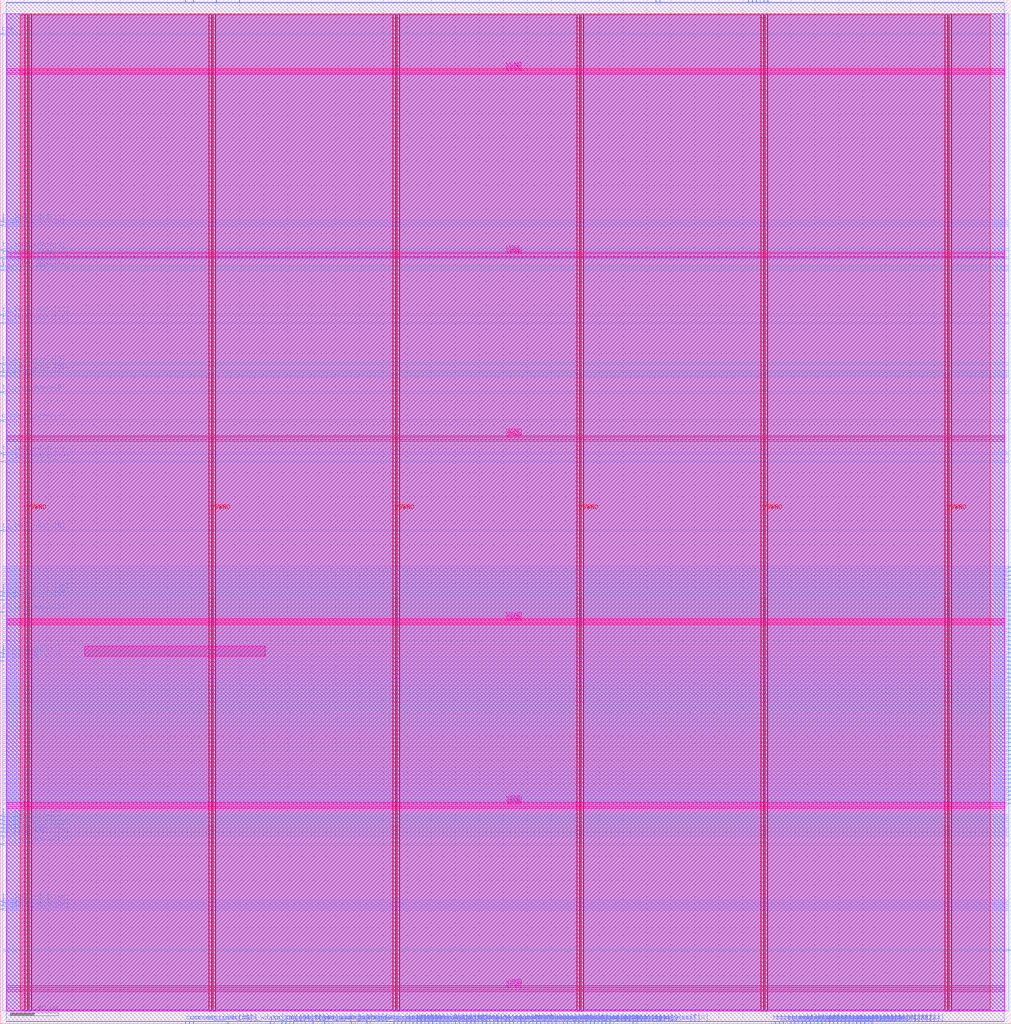
<source format=lef>
VERSION 5.7 ;
  NOWIREEXTENSIONATPIN ON ;
  DIVIDERCHAR "/" ;
  BUSBITCHARS "[]" ;
MACRO cpu_top
  CLASS BLOCK ;
  FOREIGN cpu_top ;
  ORIGIN 0.000 0.000 ;
  SIZE 844.165 BY 854.885 ;
  PIN VGND
    DIRECTION INOUT ;
    USE GROUND ;
    PORT
      LAYER met4 ;
        RECT 24.340 10.640 25.940 843.440 ;
    END
    PORT
      LAYER met4 ;
        RECT 177.940 10.640 179.540 843.440 ;
    END
    PORT
      LAYER met4 ;
        RECT 331.540 10.640 333.140 843.440 ;
    END
    PORT
      LAYER met4 ;
        RECT 485.140 10.640 486.740 843.440 ;
    END
    PORT
      LAYER met4 ;
        RECT 638.740 10.640 640.340 843.440 ;
    END
    PORT
      LAYER met4 ;
        RECT 792.340 10.640 793.940 843.440 ;
    END
    PORT
      LAYER met5 ;
        RECT 5.280 30.030 838.820 31.630 ;
    END
    PORT
      LAYER met5 ;
        RECT 5.280 183.210 838.820 184.810 ;
    END
    PORT
      LAYER met5 ;
        RECT 5.280 336.390 838.820 337.990 ;
    END
    PORT
      LAYER met5 ;
        RECT 5.280 489.570 838.820 491.170 ;
    END
    PORT
      LAYER met5 ;
        RECT 5.280 642.750 838.820 644.350 ;
    END
    PORT
      LAYER met5 ;
        RECT 5.280 795.930 838.820 797.530 ;
    END
  END VGND
  PIN VPWR
    DIRECTION INOUT ;
    USE POWER ;
    PORT
      LAYER met4 ;
        RECT 21.040 10.640 22.640 843.440 ;
    END
    PORT
      LAYER met4 ;
        RECT 174.640 10.640 176.240 843.440 ;
    END
    PORT
      LAYER met4 ;
        RECT 328.240 10.640 329.840 843.440 ;
    END
    PORT
      LAYER met4 ;
        RECT 481.840 10.640 483.440 843.440 ;
    END
    PORT
      LAYER met4 ;
        RECT 635.440 10.640 637.040 843.440 ;
    END
    PORT
      LAYER met4 ;
        RECT 789.040 10.640 790.640 843.440 ;
    END
    PORT
      LAYER met5 ;
        RECT 5.280 26.730 838.820 28.330 ;
    END
    PORT
      LAYER met5 ;
        RECT 5.280 179.910 838.820 181.510 ;
    END
    PORT
      LAYER met5 ;
        RECT 5.280 333.090 838.820 334.690 ;
    END
    PORT
      LAYER met5 ;
        RECT 5.280 486.270 838.820 487.870 ;
    END
    PORT
      LAYER met5 ;
        RECT 5.280 639.450 838.820 641.050 ;
    END
    PORT
      LAYER met5 ;
        RECT 5.280 792.630 838.820 794.230 ;
    END
  END VPWR
  PIN clk
    DIRECTION INPUT ;
    USE SIGNAL ;
    ANTENNAGATEAREA 0.852000 ;
    ANTENNADIFFAREA 0.434700 ;
    PORT
      LAYER met3 ;
        RECT 0.000 826.240 2.000 826.840 ;
    END
  END clk
  PIN current_instr[0]
    DIRECTION OUTPUT ;
    USE SIGNAL ;
    ANTENNADIFFAREA 0.445500 ;
    PORT
      LAYER met3 ;
        RECT 0.000 632.440 2.000 633.040 ;
    END
  END current_instr[0]
  PIN current_instr[10]
    DIRECTION OUTPUT ;
    USE SIGNAL ;
    ANTENNADIFFAREA 0.795200 ;
    PORT
      LAYER met2 ;
        RECT 499.190 0.000 499.470 2.000 ;
    END
  END current_instr[10]
  PIN current_instr[11]
    DIRECTION OUTPUT ;
    USE SIGNAL ;
    ANTENNADIFFAREA 0.795200 ;
    PORT
      LAYER met2 ;
        RECT 547.490 852.885 547.770 854.885 ;
    END
  END current_instr[11]
  PIN current_instr[12]
    DIRECTION OUTPUT ;
    USE SIGNAL ;
    ANTENNADIFFAREA 0.795200 ;
    PORT
      LAYER met2 ;
        RECT 254.470 0.000 254.750 2.000 ;
    END
  END current_instr[12]
  PIN current_instr[13]
    DIRECTION OUTPUT ;
    USE SIGNAL ;
    ANTENNADIFFAREA 0.795200 ;
    PORT
      LAYER met2 ;
        RECT 309.210 0.000 309.490 2.000 ;
    END
  END current_instr[13]
  PIN current_instr[14]
    DIRECTION OUTPUT ;
    USE SIGNAL ;
    ANTENNADIFFAREA 0.795200 ;
    PORT
      LAYER met2 ;
        RECT 505.630 0.000 505.910 2.000 ;
    END
  END current_instr[14]
  PIN current_instr[15]
    DIRECTION OUTPUT ;
    USE SIGNAL ;
    ANTENNADIFFAREA 0.795200 ;
    PORT
      LAYER met2 ;
        RECT 550.710 852.885 550.990 854.885 ;
    END
  END current_instr[15]
  PIN current_instr[16]
    DIRECTION OUTPUT ;
    USE SIGNAL ;
    ANTENNADIFFAREA 0.795200 ;
    PORT
      LAYER met2 ;
        RECT 293.110 0.000 293.390 2.000 ;
    END
  END current_instr[16]
  PIN current_instr[17]
    DIRECTION OUTPUT ;
    USE SIGNAL ;
    ANTENNADIFFAREA 0.795200 ;
    PORT
      LAYER met2 ;
        RECT 492.750 0.000 493.030 2.000 ;
    END
  END current_instr[17]
  PIN current_instr[18]
    DIRECTION OUTPUT ;
    USE SIGNAL ;
    ANTENNADIFFAREA 0.795200 ;
    PORT
      LAYER met2 ;
        RECT 508.850 0.000 509.130 2.000 ;
    END
  END current_instr[18]
  PIN current_instr[19]
    DIRECTION OUTPUT ;
    USE SIGNAL ;
    ANTENNADIFFAREA 0.795200 ;
    PORT
      LAYER met2 ;
        RECT 489.530 0.000 489.810 2.000 ;
    END
  END current_instr[19]
  PIN current_instr[1]
    DIRECTION OUTPUT ;
    USE SIGNAL ;
    ANTENNADIFFAREA 0.795200 ;
    PORT
      LAYER met2 ;
        RECT 154.650 852.885 154.930 854.885 ;
    END
  END current_instr[1]
  PIN current_instr[20]
    DIRECTION OUTPUT ;
    USE SIGNAL ;
    ANTENNADIFFAREA 0.795200 ;
    PORT
      LAYER met2 ;
        RECT 434.790 0.000 435.070 2.000 ;
    END
  END current_instr[20]
  PIN current_instr[21]
    DIRECTION OUTPUT ;
    USE SIGNAL ;
    ANTENNADIFFAREA 0.795200 ;
    PORT
      LAYER met2 ;
        RECT 711.710 0.000 711.990 2.000 ;
    END
  END current_instr[21]
  PIN current_instr[22]
    DIRECTION OUTPUT ;
    USE SIGNAL ;
    ANTENNADIFFAREA 0.795200 ;
    PORT
      LAYER met2 ;
        RECT 418.690 0.000 418.970 2.000 ;
    END
  END current_instr[22]
  PIN current_instr[23]
    DIRECTION OUTPUT ;
    USE SIGNAL ;
    ANTENNADIFFAREA 0.795200 ;
    PORT
      LAYER met2 ;
        RECT 479.870 0.000 480.150 2.000 ;
    END
  END current_instr[23]
  PIN current_instr[24]
    DIRECTION OUTPUT ;
    USE SIGNAL ;
    ANTENNADIFFAREA 0.795200 ;
    PORT
      LAYER met2 ;
        RECT 476.650 0.000 476.930 2.000 ;
    END
  END current_instr[24]
  PIN current_instr[25]
    DIRECTION OUTPUT ;
    USE SIGNAL ;
    ANTENNADIFFAREA 0.795200 ;
    PORT
      LAYER met2 ;
        RECT 483.090 0.000 483.370 2.000 ;
    END
  END current_instr[25]
  PIN current_instr[26]
    DIRECTION OUTPUT ;
    USE SIGNAL ;
    ANTENNADIFFAREA 0.795200 ;
    PORT
      LAYER met2 ;
        RECT 441.230 0.000 441.510 2.000 ;
    END
  END current_instr[26]
  PIN current_instr[27]
    DIRECTION OUTPUT ;
    USE SIGNAL ;
    ANTENNADIFFAREA 0.795200 ;
    PORT
      LAYER met2 ;
        RECT 438.010 0.000 438.290 2.000 ;
    END
  END current_instr[27]
  PIN current_instr[28]
    DIRECTION OUTPUT ;
    USE SIGNAL ;
    ANTENNADIFFAREA 0.795200 ;
    PORT
      LAYER met2 ;
        RECT 409.030 0.000 409.310 2.000 ;
    END
  END current_instr[28]
  PIN current_instr[29]
    DIRECTION OUTPUT ;
    USE SIGNAL ;
    ANTENNADIFFAREA 0.795200 ;
    PORT
      LAYER met2 ;
        RECT 425.130 0.000 425.410 2.000 ;
    END
  END current_instr[29]
  PIN current_instr[2]
    DIRECTION OUTPUT ;
    USE SIGNAL ;
    ANTENNADIFFAREA 0.795200 ;
    PORT
      LAYER met2 ;
        RECT 199.730 852.885 200.010 854.885 ;
    END
  END current_instr[2]
  PIN current_instr[30]
    DIRECTION OUTPUT ;
    USE SIGNAL ;
    ANTENNADIFFAREA 0.795200 ;
    PORT
      LAYER met2 ;
        RECT 399.370 0.000 399.650 2.000 ;
    END
  END current_instr[30]
  PIN current_instr[31]
    DIRECTION OUTPUT ;
    USE SIGNAL ;
    ANTENNADIFFAREA 0.795200 ;
    PORT
      LAYER met2 ;
        RECT 402.590 0.000 402.870 2.000 ;
    END
  END current_instr[31]
  PIN current_instr[3]
    DIRECTION OUTPUT ;
    USE SIGNAL ;
    ANTENNADIFFAREA 0.795200 ;
    PORT
      LAYER met2 ;
        RECT 161.090 852.885 161.370 854.885 ;
    END
  END current_instr[3]
  PIN current_instr[4]
    DIRECTION OUTPUT ;
    USE SIGNAL ;
    ANTENNADIFFAREA 0.795200 ;
    PORT
      LAYER met2 ;
        RECT 154.650 0.000 154.930 2.000 ;
    END
  END current_instr[4]
  PIN current_instr[5]
    DIRECTION OUTPUT ;
    USE SIGNAL ;
    ANTENNADIFFAREA 0.795200 ;
    PORT
      LAYER met2 ;
        RECT 157.870 0.000 158.150 2.000 ;
    END
  END current_instr[5]
  PIN current_instr[6]
    DIRECTION OUTPUT ;
    USE SIGNAL ;
    ANTENNADIFFAREA 0.795200 ;
    PORT
      LAYER met2 ;
        RECT 235.150 0.000 235.430 2.000 ;
    END
  END current_instr[6]
  PIN current_instr[7]
    DIRECTION OUTPUT ;
    USE SIGNAL ;
    ANTENNADIFFAREA 0.795200 ;
    PORT
      LAYER met2 ;
        RECT 161.090 0.000 161.370 2.000 ;
    END
  END current_instr[7]
  PIN current_instr[8]
    DIRECTION OUTPUT ;
    USE SIGNAL ;
    ANTENNADIFFAREA 0.445500 ;
    PORT
      LAYER met3 ;
        RECT 0.000 544.040 2.000 544.640 ;
    END
  END current_instr[8]
  PIN current_instr[9]
    DIRECTION OUTPUT ;
    USE SIGNAL ;
    ANTENNADIFFAREA 0.445500 ;
    PORT
      LAYER met3 ;
        RECT 0.000 503.240 2.000 503.840 ;
    END
  END current_instr[9]
  PIN pc_out[0]
    DIRECTION OUTPUT ;
    USE SIGNAL ;
    ANTENNADIFFAREA 0.795200 ;
    PORT
      LAYER met2 ;
        RECT 270.570 0.000 270.850 2.000 ;
    END
  END pc_out[0]
  PIN pc_out[10]
    DIRECTION OUTPUT ;
    USE SIGNAL ;
    ANTENNADIFFAREA 0.795200 ;
    PORT
      LAYER met2 ;
        RECT 328.530 0.000 328.810 2.000 ;
    END
  END pc_out[10]
  PIN pc_out[11]
    DIRECTION OUTPUT ;
    USE SIGNAL ;
    ANTENNADIFFAREA 0.795200 ;
    PORT
      LAYER met2 ;
        RECT 389.710 0.000 389.990 2.000 ;
    END
  END pc_out[11]
  PIN pc_out[12]
    DIRECTION OUTPUT ;
    USE SIGNAL ;
    ANTENNADIFFAREA 0.795200 ;
    PORT
      LAYER met2 ;
        RECT 412.250 0.000 412.530 2.000 ;
    END
  END pc_out[12]
  PIN pc_out[13]
    DIRECTION OUTPUT ;
    USE SIGNAL ;
    ANTENNADIFFAREA 0.795200 ;
    PORT
      LAYER met2 ;
        RECT 392.930 0.000 393.210 2.000 ;
    END
  END pc_out[13]
  PIN pc_out[14]
    DIRECTION OUTPUT ;
    USE SIGNAL ;
    ANTENNADIFFAREA 0.795200 ;
    PORT
      LAYER met2 ;
        RECT 334.970 0.000 335.250 2.000 ;
    END
  END pc_out[14]
  PIN pc_out[15]
    DIRECTION OUTPUT ;
    USE SIGNAL ;
    ANTENNADIFFAREA 0.795200 ;
    PORT
      LAYER met2 ;
        RECT 331.750 0.000 332.030 2.000 ;
    END
  END pc_out[15]
  PIN pc_out[16]
    DIRECTION OUTPUT ;
    USE SIGNAL ;
    ANTENNADIFFAREA 0.795200 ;
    PORT
      LAYER met2 ;
        RECT 338.190 0.000 338.470 2.000 ;
    END
  END pc_out[16]
  PIN pc_out[17]
    DIRECTION OUTPUT ;
    USE SIGNAL ;
    ANTENNADIFFAREA 0.795200 ;
    PORT
      LAYER met2 ;
        RECT 357.510 0.000 357.790 2.000 ;
    END
  END pc_out[17]
  PIN pc_out[18]
    DIRECTION OUTPUT ;
    USE SIGNAL ;
    ANTENNADIFFAREA 0.795200 ;
    PORT
      LAYER met2 ;
        RECT 373.610 0.000 373.890 2.000 ;
    END
  END pc_out[18]
  PIN pc_out[19]
    DIRECTION OUTPUT ;
    USE SIGNAL ;
    ANTENNADIFFAREA 0.795200 ;
    PORT
      LAYER met2 ;
        RECT 370.390 0.000 370.670 2.000 ;
    END
  END pc_out[19]
  PIN pc_out[1]
    DIRECTION OUTPUT ;
    USE SIGNAL ;
    ANTENNADIFFAREA 0.795200 ;
    PORT
      LAYER met2 ;
        RECT 238.370 0.000 238.650 2.000 ;
    END
  END pc_out[1]
  PIN pc_out[20]
    DIRECTION OUTPUT ;
    USE SIGNAL ;
    ANTENNADIFFAREA 0.795200 ;
    PORT
      LAYER met2 ;
        RECT 363.950 0.000 364.230 2.000 ;
    END
  END pc_out[20]
  PIN pc_out[21]
    DIRECTION OUTPUT ;
    USE SIGNAL ;
    ANTENNADIFFAREA 0.795200 ;
    PORT
      LAYER met2 ;
        RECT 376.830 0.000 377.110 2.000 ;
    END
  END pc_out[21]
  PIN pc_out[22]
    DIRECTION OUTPUT ;
    USE SIGNAL ;
    ANTENNADIFFAREA 0.795200 ;
    PORT
      LAYER met2 ;
        RECT 341.410 0.000 341.690 2.000 ;
    END
  END pc_out[22]
  PIN pc_out[23]
    DIRECTION OUTPUT ;
    USE SIGNAL ;
    ANTENNADIFFAREA 0.795200 ;
    PORT
      LAYER met2 ;
        RECT 380.050 0.000 380.330 2.000 ;
    END
  END pc_out[23]
  PIN pc_out[24]
    DIRECTION OUTPUT ;
    USE SIGNAL ;
    ANTENNADIFFAREA 0.795200 ;
    PORT
      LAYER met2 ;
        RECT 383.270 0.000 383.550 2.000 ;
    END
  END pc_out[24]
  PIN pc_out[25]
    DIRECTION OUTPUT ;
    USE SIGNAL ;
    ANTENNADIFFAREA 0.795200 ;
    PORT
      LAYER met2 ;
        RECT 386.490 0.000 386.770 2.000 ;
    END
  END pc_out[25]
  PIN pc_out[26]
    DIRECTION OUTPUT ;
    USE SIGNAL ;
    ANTENNADIFFAREA 0.795200 ;
    PORT
      LAYER met2 ;
        RECT 415.470 0.000 415.750 2.000 ;
    END
  END pc_out[26]
  PIN pc_out[27]
    DIRECTION OUTPUT ;
    USE SIGNAL ;
    ANTENNADIFFAREA 0.795200 ;
    PORT
      LAYER met2 ;
        RECT 431.570 0.000 431.850 2.000 ;
    END
  END pc_out[27]
  PIN pc_out[28]
    DIRECTION OUTPUT ;
    USE SIGNAL ;
    ANTENNADIFFAREA 0.795200 ;
    PORT
      LAYER met2 ;
        RECT 421.910 0.000 422.190 2.000 ;
    END
  END pc_out[28]
  PIN pc_out[29]
    DIRECTION OUTPUT ;
    USE SIGNAL ;
    ANTENNADIFFAREA 0.795200 ;
    PORT
      LAYER met2 ;
        RECT 405.810 0.000 406.090 2.000 ;
    END
  END pc_out[29]
  PIN pc_out[2]
    DIRECTION OUTPUT ;
    USE SIGNAL ;
    ANTENNADIFFAREA 0.795200 ;
    PORT
      LAYER met2 ;
        RECT 241.590 0.000 241.870 2.000 ;
    END
  END pc_out[2]
  PIN pc_out[30]
    DIRECTION OUTPUT ;
    USE SIGNAL ;
    ANTENNADIFFAREA 0.795200 ;
    PORT
      LAYER met2 ;
        RECT 396.150 0.000 396.430 2.000 ;
    END
  END pc_out[30]
  PIN pc_out[31]
    DIRECTION OUTPUT ;
    USE SIGNAL ;
    ANTENNADIFFAREA 0.795200 ;
    PORT
      LAYER met2 ;
        RECT 428.350 0.000 428.630 2.000 ;
    END
  END pc_out[31]
  PIN pc_out[3]
    DIRECTION OUTPUT ;
    USE SIGNAL ;
    ANTENNADIFFAREA 0.795200 ;
    PORT
      LAYER met2 ;
        RECT 244.810 0.000 245.090 2.000 ;
    END
  END pc_out[3]
  PIN pc_out[4]
    DIRECTION OUTPUT ;
    USE SIGNAL ;
    ANTENNADIFFAREA 0.795200 ;
    PORT
      LAYER met2 ;
        RECT 225.490 0.000 225.770 2.000 ;
    END
  END pc_out[4]
  PIN pc_out[5]
    DIRECTION OUTPUT ;
    USE SIGNAL ;
    ANTENNADIFFAREA 0.795200 ;
    PORT
      LAYER met2 ;
        RECT 228.710 0.000 228.990 2.000 ;
    END
  END pc_out[5]
  PIN pc_out[6]
    DIRECTION OUTPUT ;
    USE SIGNAL ;
    ANTENNADIFFAREA 0.795200 ;
    PORT
      LAYER met2 ;
        RECT 344.630 0.000 344.910 2.000 ;
    END
  END pc_out[6]
  PIN pc_out[7]
    DIRECTION OUTPUT ;
    USE SIGNAL ;
    ANTENNADIFFAREA 0.795200 ;
    PORT
      LAYER met2 ;
        RECT 354.290 0.000 354.570 2.000 ;
    END
  END pc_out[7]
  PIN pc_out[8]
    DIRECTION OUTPUT ;
    USE SIGNAL ;
    ANTENNADIFFAREA 0.795200 ;
    PORT
      LAYER met2 ;
        RECT 360.730 0.000 361.010 2.000 ;
    END
  END pc_out[8]
  PIN pc_out[9]
    DIRECTION OUTPUT ;
    USE SIGNAL ;
    ANTENNADIFFAREA 0.795200 ;
    PORT
      LAYER met2 ;
        RECT 367.170 0.000 367.450 2.000 ;
    END
  END pc_out[9]
  PIN rst_n
    DIRECTION INPUT ;
    USE SIGNAL ;
    ANTENNAGATEAREA 0.213000 ;
    ANTENNADIFFAREA 0.434700 ;
    PORT
      LAYER met3 ;
        RECT 842.165 61.240 844.165 61.840 ;
    END
  END rst_n
  PIN tb_dmem_addr[0]
    DIRECTION INPUT ;
    USE SIGNAL ;
    ANTENNAGATEAREA 0.213000 ;
    ANTENNADIFFAREA 0.434700 ;
    PORT
      LAYER met2 ;
        RECT 634.430 852.885 634.710 854.885 ;
    END
  END tb_dmem_addr[0]
  PIN tb_dmem_addr[1]
    DIRECTION INPUT ;
    USE SIGNAL ;
    ANTENNAGATEAREA 0.213000 ;
    ANTENNADIFFAREA 0.434700 ;
    PORT
      LAYER met2 ;
        RECT 631.210 852.885 631.490 854.885 ;
    END
  END tb_dmem_addr[1]
  PIN tb_dmem_addr[2]
    DIRECTION INPUT ;
    USE SIGNAL ;
    ANTENNAGATEAREA 0.213000 ;
    ANTENNADIFFAREA 0.434700 ;
    PORT
      LAYER met2 ;
        RECT 640.870 852.885 641.150 854.885 ;
    END
  END tb_dmem_addr[2]
  PIN tb_dmem_addr[3]
    DIRECTION INPUT ;
    USE SIGNAL ;
    ANTENNAGATEAREA 0.213000 ;
    ANTENNADIFFAREA 0.434700 ;
    PORT
      LAYER met2 ;
        RECT 637.650 852.885 637.930 854.885 ;
    END
  END tb_dmem_addr[3]
  PIN tb_dmem_addr[4]
    DIRECTION INPUT ;
    USE SIGNAL ;
    ANTENNAGATEAREA 0.159000 ;
    ANTENNADIFFAREA 0.434700 ;
    PORT
      LAYER met2 ;
        RECT 624.770 852.885 625.050 854.885 ;
    END
  END tb_dmem_addr[4]
  PIN tb_dmem_addr[5]
    DIRECTION INPUT ;
    USE SIGNAL ;
    ANTENNAGATEAREA 0.159000 ;
    ANTENNADIFFAREA 0.434700 ;
    PORT
      LAYER met2 ;
        RECT 627.990 852.885 628.270 854.885 ;
    END
  END tb_dmem_addr[5]
  PIN tb_dmem_rdata[0]
    DIRECTION OUTPUT ;
    USE SIGNAL ;
    ANTENNADIFFAREA 0.445500 ;
    PORT
      LAYER met3 ;
        RECT 842.165 380.840 844.165 381.440 ;
    END
  END tb_dmem_rdata[0]
  PIN tb_dmem_rdata[10]
    DIRECTION OUTPUT ;
    USE SIGNAL ;
    ANTENNADIFFAREA 0.445500 ;
    PORT
      LAYER met3 ;
        RECT 842.165 360.440 844.165 361.040 ;
    END
  END tb_dmem_rdata[10]
  PIN tb_dmem_rdata[11]
    DIRECTION OUTPUT ;
    USE SIGNAL ;
    ANTENNADIFFAREA 0.445500 ;
    PORT
      LAYER met3 ;
        RECT 842.165 316.240 844.165 316.840 ;
    END
  END tb_dmem_rdata[11]
  PIN tb_dmem_rdata[12]
    DIRECTION OUTPUT ;
    USE SIGNAL ;
    ANTENNADIFFAREA 0.445500 ;
    PORT
      LAYER met3 ;
        RECT 842.165 282.240 844.165 282.840 ;
    END
  END tb_dmem_rdata[12]
  PIN tb_dmem_rdata[13]
    DIRECTION OUTPUT ;
    USE SIGNAL ;
    ANTENNADIFFAREA 0.445500 ;
    PORT
      LAYER met3 ;
        RECT 842.165 295.840 844.165 296.440 ;
    END
  END tb_dmem_rdata[13]
  PIN tb_dmem_rdata[14]
    DIRECTION OUTPUT ;
    USE SIGNAL ;
    ANTENNADIFFAREA 0.445500 ;
    PORT
      LAYER met3 ;
        RECT 842.165 340.040 844.165 340.640 ;
    END
  END tb_dmem_rdata[14]
  PIN tb_dmem_rdata[15]
    DIRECTION OUTPUT ;
    USE SIGNAL ;
    ANTENNADIFFAREA 0.445500 ;
    PORT
      LAYER met3 ;
        RECT 842.165 357.040 844.165 357.640 ;
    END
  END tb_dmem_rdata[15]
  PIN tb_dmem_rdata[16]
    DIRECTION OUTPUT ;
    USE SIGNAL ;
    ANTENNADIFFAREA 0.445500 ;
    PORT
      LAYER met3 ;
        RECT 842.165 306.040 844.165 306.640 ;
    END
  END tb_dmem_rdata[16]
  PIN tb_dmem_rdata[17]
    DIRECTION OUTPUT ;
    USE SIGNAL ;
    ANTENNADIFFAREA 0.445500 ;
    PORT
      LAYER met3 ;
        RECT 842.165 323.040 844.165 323.640 ;
    END
  END tb_dmem_rdata[17]
  PIN tb_dmem_rdata[18]
    DIRECTION OUTPUT ;
    USE SIGNAL ;
    ANTENNADIFFAREA 0.445500 ;
    PORT
      LAYER met3 ;
        RECT 842.165 370.640 844.165 371.240 ;
    END
  END tb_dmem_rdata[18]
  PIN tb_dmem_rdata[19]
    DIRECTION OUTPUT ;
    USE SIGNAL ;
    ANTENNADIFFAREA 0.445500 ;
    PORT
      LAYER met3 ;
        RECT 842.165 336.640 844.165 337.240 ;
    END
  END tb_dmem_rdata[19]
  PIN tb_dmem_rdata[1]
    DIRECTION OUTPUT ;
    USE SIGNAL ;
    ANTENNADIFFAREA 0.795200 ;
    PORT
      LAYER met2 ;
        RECT 447.670 0.000 447.950 2.000 ;
    END
  END tb_dmem_rdata[1]
  PIN tb_dmem_rdata[20]
    DIRECTION OUTPUT ;
    USE SIGNAL ;
    ANTENNADIFFAREA 0.445500 ;
    PORT
      LAYER met3 ;
        RECT 842.165 367.240 844.165 367.840 ;
    END
  END tb_dmem_rdata[20]
  PIN tb_dmem_rdata[21]
    DIRECTION OUTPUT ;
    USE SIGNAL ;
    ANTENNADIFFAREA 0.445500 ;
    PORT
      LAYER met3 ;
        RECT 842.165 289.040 844.165 289.640 ;
    END
  END tb_dmem_rdata[21]
  PIN tb_dmem_rdata[22]
    DIRECTION OUTPUT ;
    USE SIGNAL ;
    ANTENNADIFFAREA 0.445500 ;
    PORT
      LAYER met3 ;
        RECT 842.165 333.240 844.165 333.840 ;
    END
  END tb_dmem_rdata[22]
  PIN tb_dmem_rdata[23]
    DIRECTION OUTPUT ;
    USE SIGNAL ;
    ANTENNADIFFAREA 0.445500 ;
    PORT
      LAYER met3 ;
        RECT 842.165 326.440 844.165 327.040 ;
    END
  END tb_dmem_rdata[23]
  PIN tb_dmem_rdata[24]
    DIRECTION OUTPUT ;
    USE SIGNAL ;
    ANTENNADIFFAREA 0.445500 ;
    PORT
      LAYER met3 ;
        RECT 842.165 312.840 844.165 313.440 ;
    END
  END tb_dmem_rdata[24]
  PIN tb_dmem_rdata[25]
    DIRECTION OUTPUT ;
    USE SIGNAL ;
    ANTENNADIFFAREA 0.445500 ;
    PORT
      LAYER met3 ;
        RECT 842.165 302.640 844.165 303.240 ;
    END
  END tb_dmem_rdata[25]
  PIN tb_dmem_rdata[26]
    DIRECTION OUTPUT ;
    USE SIGNAL ;
    ANTENNADIFFAREA 0.445500 ;
    PORT
      LAYER met3 ;
        RECT 842.165 299.240 844.165 299.840 ;
    END
  END tb_dmem_rdata[26]
  PIN tb_dmem_rdata[27]
    DIRECTION OUTPUT ;
    USE SIGNAL ;
    ANTENNADIFFAREA 0.445500 ;
    PORT
      LAYER met3 ;
        RECT 842.165 374.040 844.165 374.640 ;
    END
  END tb_dmem_rdata[27]
  PIN tb_dmem_rdata[28]
    DIRECTION OUTPUT ;
    USE SIGNAL ;
    ANTENNADIFFAREA 0.445500 ;
    PORT
      LAYER met3 ;
        RECT 842.165 285.640 844.165 286.240 ;
    END
  END tb_dmem_rdata[28]
  PIN tb_dmem_rdata[29]
    DIRECTION OUTPUT ;
    USE SIGNAL ;
    ANTENNADIFFAREA 0.445500 ;
    PORT
      LAYER met3 ;
        RECT 842.165 353.640 844.165 354.240 ;
    END
  END tb_dmem_rdata[29]
  PIN tb_dmem_rdata[2]
    DIRECTION OUTPUT ;
    USE SIGNAL ;
    ANTENNADIFFAREA 0.795200 ;
    PORT
      LAYER met2 ;
        RECT 444.450 0.000 444.730 2.000 ;
    END
  END tb_dmem_rdata[2]
  PIN tb_dmem_rdata[30]
    DIRECTION OUTPUT ;
    USE SIGNAL ;
    ANTENNADIFFAREA 0.445500 ;
    PORT
      LAYER met3 ;
        RECT 842.165 350.240 844.165 350.840 ;
    END
  END tb_dmem_rdata[30]
  PIN tb_dmem_rdata[31]
    DIRECTION OUTPUT ;
    USE SIGNAL ;
    ANTENNADIFFAREA 0.445500 ;
    PORT
      LAYER met3 ;
        RECT 842.165 343.440 844.165 344.040 ;
    END
  END tb_dmem_rdata[31]
  PIN tb_dmem_rdata[3]
    DIRECTION OUTPUT ;
    USE SIGNAL ;
    ANTENNADIFFAREA 0.445500 ;
    PORT
      LAYER met3 ;
        RECT 842.165 309.440 844.165 310.040 ;
    END
  END tb_dmem_rdata[3]
  PIN tb_dmem_rdata[4]
    DIRECTION OUTPUT ;
    USE SIGNAL ;
    ANTENNADIFFAREA 0.795200 ;
    PORT
      LAYER met2 ;
        RECT 473.430 0.000 473.710 2.000 ;
    END
  END tb_dmem_rdata[4]
  PIN tb_dmem_rdata[5]
    DIRECTION OUTPUT ;
    USE SIGNAL ;
    ANTENNADIFFAREA 0.445500 ;
    PORT
      LAYER met3 ;
        RECT 842.165 329.840 844.165 330.440 ;
    END
  END tb_dmem_rdata[5]
  PIN tb_dmem_rdata[6]
    DIRECTION OUTPUT ;
    USE SIGNAL ;
    ANTENNADIFFAREA 0.445500 ;
    PORT
      LAYER met3 ;
        RECT 842.165 319.640 844.165 320.240 ;
    END
  END tb_dmem_rdata[6]
  PIN tb_dmem_rdata[7]
    DIRECTION OUTPUT ;
    USE SIGNAL ;
    ANTENNADIFFAREA 0.795200 ;
    PORT
      LAYER met2 ;
        RECT 457.330 0.000 457.610 2.000 ;
    END
  END tb_dmem_rdata[7]
  PIN tb_dmem_rdata[8]
    DIRECTION OUTPUT ;
    USE SIGNAL ;
    ANTENNADIFFAREA 0.445500 ;
    PORT
      LAYER met3 ;
        RECT 842.165 363.840 844.165 364.440 ;
    END
  END tb_dmem_rdata[8]
  PIN tb_dmem_rdata[9]
    DIRECTION OUTPUT ;
    USE SIGNAL ;
    ANTENNADIFFAREA 0.445500 ;
    PORT
      LAYER met3 ;
        RECT 842.165 292.440 844.165 293.040 ;
    END
  END tb_dmem_rdata[9]
  PIN tb_dmem_re
    DIRECTION INPUT ;
    USE SIGNAL ;
    ANTENNAGATEAREA 0.213000 ;
    ANTENNADIFFAREA 0.434700 ;
    PORT
      LAYER met3 ;
        RECT 842.165 346.840 844.165 347.440 ;
    END
  END tb_dmem_re
  PIN tb_dmem_wdata[0]
    DIRECTION INPUT ;
    USE SIGNAL ;
    ANTENNAGATEAREA 0.213000 ;
    ANTENNADIFFAREA 0.434700 ;
    PORT
      LAYER met2 ;
        RECT 463.770 0.000 464.050 2.000 ;
    END
  END tb_dmem_wdata[0]
  PIN tb_dmem_wdata[10]
    DIRECTION INPUT ;
    USE SIGNAL ;
    ANTENNAGATEAREA 0.213000 ;
    ANTENNADIFFAREA 0.434700 ;
    PORT
      LAYER met3 ;
        RECT 842.165 183.640 844.165 184.240 ;
    END
  END tb_dmem_wdata[10]
  PIN tb_dmem_wdata[11]
    DIRECTION INPUT ;
    USE SIGNAL ;
    ANTENNAGATEAREA 0.213000 ;
    ANTENNADIFFAREA 0.434700 ;
    PORT
      LAYER met3 ;
        RECT 842.165 275.440 844.165 276.040 ;
    END
  END tb_dmem_wdata[11]
  PIN tb_dmem_wdata[12]
    DIRECTION INPUT ;
    USE SIGNAL ;
    ANTENNAGATEAREA 0.159000 ;
    ANTENNADIFFAREA 0.434700 ;
    PORT
      LAYER met3 ;
        RECT 842.165 187.040 844.165 187.640 ;
    END
  END tb_dmem_wdata[12]
  PIN tb_dmem_wdata[13]
    DIRECTION INPUT ;
    USE SIGNAL ;
    ANTENNAGATEAREA 0.159000 ;
    ANTENNADIFFAREA 0.434700 ;
    PORT
      LAYER met3 ;
        RECT 842.165 224.440 844.165 225.040 ;
    END
  END tb_dmem_wdata[13]
  PIN tb_dmem_wdata[14]
    DIRECTION INPUT ;
    USE SIGNAL ;
    ANTENNAGATEAREA 0.213000 ;
    ANTENNADIFFAREA 0.434700 ;
    PORT
      LAYER met3 ;
        RECT 842.165 227.840 844.165 228.440 ;
    END
  END tb_dmem_wdata[14]
  PIN tb_dmem_wdata[15]
    DIRECTION INPUT ;
    USE SIGNAL ;
    ANTENNAGATEAREA 0.213000 ;
    ANTENNADIFFAREA 0.434700 ;
    PORT
      LAYER met3 ;
        RECT 842.165 221.040 844.165 221.640 ;
    END
  END tb_dmem_wdata[15]
  PIN tb_dmem_wdata[16]
    DIRECTION INPUT ;
    USE SIGNAL ;
    ANTENNAGATEAREA 0.213000 ;
    ANTENNADIFFAREA 0.434700 ;
    PORT
      LAYER met3 ;
        RECT 842.165 238.040 844.165 238.640 ;
    END
  END tb_dmem_wdata[16]
  PIN tb_dmem_wdata[17]
    DIRECTION INPUT ;
    USE SIGNAL ;
    ANTENNAGATEAREA 0.213000 ;
    ANTENNADIFFAREA 0.434700 ;
    PORT
      LAYER met3 ;
        RECT 842.165 255.040 844.165 255.640 ;
    END
  END tb_dmem_wdata[17]
  PIN tb_dmem_wdata[18]
    DIRECTION INPUT ;
    USE SIGNAL ;
    ANTENNAGATEAREA 0.213000 ;
    ANTENNADIFFAREA 0.434700 ;
    PORT
      LAYER met3 ;
        RECT 842.165 190.440 844.165 191.040 ;
    END
  END tb_dmem_wdata[18]
  PIN tb_dmem_wdata[19]
    DIRECTION INPUT ;
    USE SIGNAL ;
    ANTENNAGATEAREA 0.213000 ;
    ANTENNADIFFAREA 0.434700 ;
    PORT
      LAYER met3 ;
        RECT 842.165 217.640 844.165 218.240 ;
    END
  END tb_dmem_wdata[19]
  PIN tb_dmem_wdata[1]
    DIRECTION INPUT ;
    USE SIGNAL ;
    ANTENNAGATEAREA 0.213000 ;
    ANTENNADIFFAREA 0.434700 ;
    PORT
      LAYER met2 ;
        RECT 454.110 0.000 454.390 2.000 ;
    END
  END tb_dmem_wdata[1]
  PIN tb_dmem_wdata[20]
    DIRECTION INPUT ;
    USE SIGNAL ;
    ANTENNAGATEAREA 0.213000 ;
    ANTENNADIFFAREA 0.434700 ;
    PORT
      LAYER met3 ;
        RECT 842.165 214.240 844.165 214.840 ;
    END
  END tb_dmem_wdata[20]
  PIN tb_dmem_wdata[21]
    DIRECTION INPUT ;
    USE SIGNAL ;
    ANTENNAGATEAREA 0.213000 ;
    ANTENNADIFFAREA 0.434700 ;
    PORT
      LAYER met3 ;
        RECT 842.165 210.840 844.165 211.440 ;
    END
  END tb_dmem_wdata[21]
  PIN tb_dmem_wdata[22]
    DIRECTION INPUT ;
    USE SIGNAL ;
    ANTENNAGATEAREA 0.126000 ;
    ANTENNADIFFAREA 0.434700 ;
    PORT
      LAYER met3 ;
        RECT 842.165 278.840 844.165 279.440 ;
    END
  END tb_dmem_wdata[22]
  PIN tb_dmem_wdata[23]
    DIRECTION INPUT ;
    USE SIGNAL ;
    ANTENNAGATEAREA 0.196500 ;
    ANTENNADIFFAREA 0.434700 ;
    PORT
      LAYER met3 ;
        RECT 842.165 258.440 844.165 259.040 ;
    END
  END tb_dmem_wdata[23]
  PIN tb_dmem_wdata[24]
    DIRECTION INPUT ;
    USE SIGNAL ;
    ANTENNAGATEAREA 0.196500 ;
    ANTENNADIFFAREA 0.434700 ;
    PORT
      LAYER met3 ;
        RECT 842.165 234.640 844.165 235.240 ;
    END
  END tb_dmem_wdata[24]
  PIN tb_dmem_wdata[25]
    DIRECTION INPUT ;
    USE SIGNAL ;
    ANTENNAGATEAREA 0.196500 ;
    ANTENNADIFFAREA 0.434700 ;
    PORT
      LAYER met3 ;
        RECT 842.165 265.240 844.165 265.840 ;
    END
  END tb_dmem_wdata[25]
  PIN tb_dmem_wdata[26]
    DIRECTION INPUT ;
    USE SIGNAL ;
    ANTENNAGATEAREA 0.213000 ;
    ANTENNADIFFAREA 0.434700 ;
    PORT
      LAYER met3 ;
        RECT 842.165 207.440 844.165 208.040 ;
    END
  END tb_dmem_wdata[26]
  PIN tb_dmem_wdata[27]
    DIRECTION INPUT ;
    USE SIGNAL ;
    ANTENNAGATEAREA 0.196500 ;
    ANTENNADIFFAREA 0.434700 ;
    PORT
      LAYER met3 ;
        RECT 842.165 261.840 844.165 262.440 ;
    END
  END tb_dmem_wdata[27]
  PIN tb_dmem_wdata[28]
    DIRECTION INPUT ;
    USE SIGNAL ;
    ANTENNAGATEAREA 0.126000 ;
    ANTENNADIFFAREA 0.434700 ;
    PORT
      LAYER met3 ;
        RECT 842.165 204.040 844.165 204.640 ;
    END
  END tb_dmem_wdata[28]
  PIN tb_dmem_wdata[29]
    DIRECTION INPUT ;
    USE SIGNAL ;
    ANTENNAGATEAREA 0.213000 ;
    ANTENNADIFFAREA 0.434700 ;
    PORT
      LAYER met3 ;
        RECT 842.165 200.640 844.165 201.240 ;
    END
  END tb_dmem_wdata[29]
  PIN tb_dmem_wdata[2]
    DIRECTION INPUT ;
    USE SIGNAL ;
    ANTENNAGATEAREA 0.213000 ;
    ANTENNADIFFAREA 0.434700 ;
    PORT
      LAYER met2 ;
        RECT 450.890 0.000 451.170 2.000 ;
    END
  END tb_dmem_wdata[2]
  PIN tb_dmem_wdata[30]
    DIRECTION INPUT ;
    USE SIGNAL ;
    ANTENNAGATEAREA 0.159000 ;
    ANTENNADIFFAREA 0.434700 ;
    PORT
      LAYER met3 ;
        RECT 842.165 241.440 844.165 242.040 ;
    END
  END tb_dmem_wdata[30]
  PIN tb_dmem_wdata[31]
    DIRECTION INPUT ;
    USE SIGNAL ;
    ANTENNAGATEAREA 0.159000 ;
    ANTENNADIFFAREA 0.434700 ;
    PORT
      LAYER met3 ;
        RECT 842.165 197.240 844.165 197.840 ;
    END
  END tb_dmem_wdata[31]
  PIN tb_dmem_wdata[3]
    DIRECTION INPUT ;
    USE SIGNAL ;
    ANTENNAGATEAREA 0.213000 ;
    ANTENNADIFFAREA 0.434700 ;
    PORT
      LAYER met3 ;
        RECT 842.165 193.840 844.165 194.440 ;
    END
  END tb_dmem_wdata[3]
  PIN tb_dmem_wdata[4]
    DIRECTION INPUT ;
    USE SIGNAL ;
    ANTENNAGATEAREA 0.159000 ;
    ANTENNADIFFAREA 0.434700 ;
    PORT
      LAYER met3 ;
        RECT 842.165 251.640 844.165 252.240 ;
    END
  END tb_dmem_wdata[4]
  PIN tb_dmem_wdata[5]
    DIRECTION INPUT ;
    USE SIGNAL ;
    ANTENNAGATEAREA 0.159000 ;
    ANTENNADIFFAREA 0.434700 ;
    PORT
      LAYER met3 ;
        RECT 842.165 231.240 844.165 231.840 ;
    END
  END tb_dmem_wdata[5]
  PIN tb_dmem_wdata[6]
    DIRECTION INPUT ;
    USE SIGNAL ;
    ANTENNAGATEAREA 0.159000 ;
    ANTENNADIFFAREA 0.434700 ;
    PORT
      LAYER met3 ;
        RECT 842.165 272.040 844.165 272.640 ;
    END
  END tb_dmem_wdata[6]
  PIN tb_dmem_wdata[7]
    DIRECTION INPUT ;
    USE SIGNAL ;
    ANTENNAGATEAREA 0.159000 ;
    ANTENNADIFFAREA 0.434700 ;
    PORT
      LAYER met3 ;
        RECT 842.165 268.640 844.165 269.240 ;
    END
  END tb_dmem_wdata[7]
  PIN tb_dmem_wdata[8]
    DIRECTION INPUT ;
    USE SIGNAL ;
    ANTENNAGATEAREA 0.159000 ;
    ANTENNADIFFAREA 0.434700 ;
    PORT
      LAYER met3 ;
        RECT 842.165 244.840 844.165 245.440 ;
    END
  END tb_dmem_wdata[8]
  PIN tb_dmem_wdata[9]
    DIRECTION INPUT ;
    USE SIGNAL ;
    ANTENNAGATEAREA 0.159000 ;
    ANTENNADIFFAREA 0.434700 ;
    PORT
      LAYER met3 ;
        RECT 842.165 248.240 844.165 248.840 ;
    END
  END tb_dmem_wdata[9]
  PIN tb_dmem_we
    DIRECTION INPUT ;
    USE SIGNAL ;
    ANTENNAGATEAREA 0.159000 ;
    ANTENNADIFFAREA 0.434700 ;
    PORT
      LAYER met3 ;
        RECT 842.165 377.440 844.165 378.040 ;
    END
  END tb_dmem_we
  PIN tb_imem_addr[0]
    DIRECTION INPUT ;
    USE SIGNAL ;
    ANTENNAGATEAREA 0.247500 ;
    ANTENNADIFFAREA 0.434700 ;
    PORT
      LAYER met3 ;
        RECT 0.000 159.840 2.000 160.440 ;
    END
  END tb_imem_addr[0]
  PIN tb_imem_addr[1]
    DIRECTION INPUT ;
    USE SIGNAL ;
    ANTENNAGATEAREA 0.247500 ;
    ANTENNADIFFAREA 0.434700 ;
    PORT
      LAYER met3 ;
        RECT 0.000 166.640 2.000 167.240 ;
    END
  END tb_imem_addr[1]
  PIN tb_imem_addr[2]
    DIRECTION INPUT ;
    USE SIGNAL ;
    ANTENNAGATEAREA 0.247500 ;
    ANTENNADIFFAREA 0.434700 ;
    PORT
      LAYER met3 ;
        RECT 0.000 173.440 2.000 174.040 ;
    END
  END tb_imem_addr[2]
  PIN tb_imem_addr[3]
    DIRECTION INPUT ;
    USE SIGNAL ;
    ANTENNAGATEAREA 0.247500 ;
    ANTENNADIFFAREA 0.434700 ;
    PORT
      LAYER met3 ;
        RECT 0.000 170.040 2.000 170.640 ;
    END
  END tb_imem_addr[3]
  PIN tb_imem_addr[4]
    DIRECTION INPUT ;
    USE SIGNAL ;
    ANTENNAGATEAREA 0.213000 ;
    ANTENNADIFFAREA 0.434700 ;
    PORT
      LAYER met3 ;
        RECT 0.000 302.640 2.000 303.240 ;
    END
  END tb_imem_addr[4]
  PIN tb_imem_addr[5]
    DIRECTION INPUT ;
    USE SIGNAL ;
    ANTENNAGATEAREA 0.213000 ;
    ANTENNADIFFAREA 0.434700 ;
    PORT
      LAYER met3 ;
        RECT 0.000 309.440 2.000 310.040 ;
    END
  END tb_imem_addr[5]
  PIN tb_imem_wdata[0]
    DIRECTION INPUT ;
    USE SIGNAL ;
    ANTENNAGATEAREA 0.213000 ;
    ANTENNADIFFAREA 0.434700 ;
    PORT
      LAYER met2 ;
        RECT 180.410 852.885 180.690 854.885 ;
    END
  END tb_imem_wdata[0]
  PIN tb_imem_wdata[10]
    DIRECTION INPUT ;
    USE SIGNAL ;
    ANTENNAGATEAREA 0.247500 ;
    ANTENNADIFFAREA 0.434700 ;
    PORT
      LAYER met3 ;
        RECT 0.000 584.840 2.000 585.440 ;
    END
  END tb_imem_wdata[10]
  PIN tb_imem_wdata[11]
    DIRECTION INPUT ;
    USE SIGNAL ;
    ANTENNAGATEAREA 0.213000 ;
    ANTENNADIFFAREA 0.434700 ;
    PORT
      LAYER met3 ;
        RECT 0.000 629.040 2.000 629.640 ;
    END
  END tb_imem_wdata[11]
  PIN tb_imem_wdata[12]
    DIRECTION INPUT ;
    USE SIGNAL ;
    ANTENNAGATEAREA 0.213000 ;
    ANTENNADIFFAREA 0.434700 ;
    PORT
      LAYER met3 ;
        RECT 0.000 591.640 2.000 592.240 ;
    END
  END tb_imem_wdata[12]
  PIN tb_imem_wdata[13]
    DIRECTION INPUT ;
    USE SIGNAL ;
    ANTENNAGATEAREA 0.247500 ;
    ANTENNADIFFAREA 0.434700 ;
    PORT
      LAYER met3 ;
        RECT 0.000 469.240 2.000 469.840 ;
    END
  END tb_imem_wdata[13]
  PIN tb_imem_wdata[14]
    DIRECTION INPUT ;
    USE SIGNAL ;
    ANTENNAGATEAREA 0.247500 ;
    ANTENNADIFFAREA 0.434700 ;
    PORT
      LAYER met2 ;
        RECT 347.850 0.000 348.130 2.000 ;
    END
  END tb_imem_wdata[14]
  PIN tb_imem_wdata[15]
    DIRECTION INPUT ;
    USE SIGNAL ;
    ANTENNAGATEAREA 0.247500 ;
    ANTENNADIFFAREA 0.434700 ;
    PORT
      LAYER met3 ;
        RECT 0.000 639.240 2.000 639.840 ;
    END
  END tb_imem_wdata[15]
  PIN tb_imem_wdata[16]
    DIRECTION INPUT ;
    USE SIGNAL ;
    ANTENNAGATEAREA 0.213000 ;
    ANTENNADIFFAREA 0.434700 ;
    PORT
      LAYER met3 ;
        RECT 0.000 540.640 2.000 541.240 ;
    END
  END tb_imem_wdata[16]
  PIN tb_imem_wdata[17]
    DIRECTION INPUT ;
    USE SIGNAL ;
    ANTENNAGATEAREA 0.247500 ;
    ANTENNADIFFAREA 0.434700 ;
    PORT
      LAYER met2 ;
        RECT 273.790 0.000 274.070 2.000 ;
    END
  END tb_imem_wdata[17]
  PIN tb_imem_wdata[18]
    DIRECTION INPUT ;
    USE SIGNAL ;
    ANTENNAGATEAREA 0.247500 ;
    ANTENNADIFFAREA 0.434700 ;
    PORT
      LAYER met2 ;
        RECT 305.990 0.000 306.270 2.000 ;
    END
  END tb_imem_wdata[18]
  PIN tb_imem_wdata[19]
    DIRECTION INPUT ;
    USE SIGNAL ;
    ANTENNAGATEAREA 0.247500 ;
    ANTENNADIFFAREA 0.434700 ;
    PORT
      LAYER met2 ;
        RECT 351.070 0.000 351.350 2.000 ;
    END
  END tb_imem_wdata[19]
  PIN tb_imem_wdata[1]
    DIRECTION INPUT ;
    USE SIGNAL ;
    ANTENNAGATEAREA 0.213000 ;
    ANTENNADIFFAREA 0.434700 ;
    PORT
      LAYER met3 ;
        RECT 0.000 669.840 2.000 670.440 ;
    END
  END tb_imem_wdata[1]
  PIN tb_imem_wdata[20]
    DIRECTION INPUT ;
    USE SIGNAL ;
    ANTENNAGATEAREA 0.213000 ;
    ANTENNADIFFAREA 0.434700 ;
    PORT
      LAYER met3 ;
        RECT 0.000 360.440 2.000 361.040 ;
    END
  END tb_imem_wdata[20]
  PIN tb_imem_wdata[21]
    DIRECTION INPUT ;
    USE SIGNAL ;
    ANTENNAGATEAREA 0.247500 ;
    ANTENNADIFFAREA 0.434700 ;
    PORT
      LAYER met2 ;
        RECT 277.010 0.000 277.290 2.000 ;
    END
  END tb_imem_wdata[21]
  PIN tb_imem_wdata[22]
    DIRECTION INPUT ;
    USE SIGNAL ;
    ANTENNAGATEAREA 0.213000 ;
    ANTENNADIFFAREA 0.434700 ;
    PORT
      LAYER met3 ;
        RECT 0.000 357.040 2.000 357.640 ;
    END
  END tb_imem_wdata[22]
  PIN tb_imem_wdata[23]
    DIRECTION INPUT ;
    USE SIGNAL ;
    ANTENNAGATEAREA 0.159000 ;
    ANTENNADIFFAREA 0.434700 ;
    PORT
      LAYER met2 ;
        RECT 260.910 0.000 261.190 2.000 ;
    END
  END tb_imem_wdata[23]
  PIN tb_imem_wdata[24]
    DIRECTION INPUT ;
    USE SIGNAL ;
    ANTENNAGATEAREA 0.213000 ;
    ANTENNADIFFAREA 0.434700 ;
    PORT
      LAYER met2 ;
        RECT 296.330 0.000 296.610 2.000 ;
    END
  END tb_imem_wdata[24]
  PIN tb_imem_wdata[25]
    DIRECTION INPUT ;
    USE SIGNAL ;
    ANTENNAGATEAREA 0.213000 ;
    ANTENNADIFFAREA 0.434700 ;
    PORT
      LAYER met3 ;
        RECT 0.000 95.240 2.000 95.840 ;
    END
  END tb_imem_wdata[25]
  PIN tb_imem_wdata[26]
    DIRECTION INPUT ;
    USE SIGNAL ;
    ANTENNAGATEAREA 0.213000 ;
    ANTENNADIFFAREA 0.434700 ;
    PORT
      LAYER met3 ;
        RECT 0.000 149.640 2.000 150.240 ;
    END
  END tb_imem_wdata[26]
  PIN tb_imem_wdata[27]
    DIRECTION INPUT ;
    USE SIGNAL ;
    ANTENNAGATEAREA 0.213000 ;
    ANTENNADIFFAREA 0.434700 ;
    PORT
      LAYER met3 ;
        RECT 0.000 98.640 2.000 99.240 ;
    END
  END tb_imem_wdata[27]
  PIN tb_imem_wdata[28]
    DIRECTION INPUT ;
    USE SIGNAL ;
    ANTENNAGATEAREA 0.213000 ;
    ANTENNADIFFAREA 0.434700 ;
    PORT
      LAYER met3 ;
        RECT 0.000 102.040 2.000 102.640 ;
    END
  END tb_imem_wdata[28]
  PIN tb_imem_wdata[29]
    DIRECTION INPUT ;
    USE SIGNAL ;
    ANTENNAGATEAREA 0.213000 ;
    ANTENNADIFFAREA 0.434700 ;
    PORT
      LAYER met3 ;
        RECT 0.000 156.440 2.000 157.040 ;
    END
  END tb_imem_wdata[29]
  PIN tb_imem_wdata[2]
    DIRECTION INPUT ;
    USE SIGNAL ;
    ANTENNAGATEAREA 0.213000 ;
    ANTENNADIFFAREA 0.434700 ;
    PORT
      LAYER met3 ;
        RECT 0.000 666.440 2.000 667.040 ;
    END
  END tb_imem_wdata[2]
  PIN tb_imem_wdata[30]
    DIRECTION INPUT ;
    USE SIGNAL ;
    ANTENNAGATEAREA 0.247500 ;
    ANTENNADIFFAREA 0.434700 ;
    PORT
      LAYER met3 ;
        RECT 0.000 163.240 2.000 163.840 ;
    END
  END tb_imem_wdata[30]
  PIN tb_imem_wdata[31]
    DIRECTION INPUT ;
    USE SIGNAL ;
    ANTENNAGATEAREA 0.247500 ;
    ANTENNADIFFAREA 0.434700 ;
    PORT
      LAYER met2 ;
        RECT 190.070 0.000 190.350 2.000 ;
    END
  END tb_imem_wdata[31]
  PIN tb_imem_wdata[3]
    DIRECTION INPUT ;
    USE SIGNAL ;
    ANTENNAGATEAREA 0.159000 ;
    ANTENNADIFFAREA 0.434700 ;
    PORT
      LAYER met3 ;
        RECT 0.000 646.040 2.000 646.640 ;
    END
  END tb_imem_wdata[3]
  PIN tb_imem_wdata[4]
    DIRECTION INPUT ;
    USE SIGNAL ;
    ANTENNAGATEAREA 0.159000 ;
    ANTENNADIFFAREA 0.434700 ;
    PORT
      LAYER met3 ;
        RECT 0.000 353.640 2.000 354.240 ;
    END
  END tb_imem_wdata[4]
  PIN tb_imem_wdata[5]
    DIRECTION INPUT ;
    USE SIGNAL ;
    ANTENNAGATEAREA 0.213000 ;
    ANTENNADIFFAREA 0.434700 ;
    PORT
      LAYER met3 ;
        RECT 0.000 343.440 2.000 344.040 ;
    END
  END tb_imem_wdata[5]
  PIN tb_imem_wdata[6]
    DIRECTION INPUT ;
    USE SIGNAL ;
    ANTENNAGATEAREA 0.159000 ;
    ANTENNADIFFAREA 0.434700 ;
    PORT
      LAYER met3 ;
        RECT 0.000 411.440 2.000 412.040 ;
    END
  END tb_imem_wdata[6]
  PIN tb_imem_wdata[7]
    DIRECTION INPUT ;
    USE SIGNAL ;
    ANTENNAGATEAREA 0.159000 ;
    ANTENNADIFFAREA 0.434700 ;
    PORT
      LAYER met3 ;
        RECT 0.000 476.040 2.000 476.640 ;
    END
  END tb_imem_wdata[7]
  PIN tb_imem_wdata[8]
    DIRECTION INPUT ;
    USE SIGNAL ;
    ANTENNAGATEAREA 0.159000 ;
    ANTENNADIFFAREA 0.434700 ;
    PORT
      LAYER met3 ;
        RECT 0.000 550.840 2.000 551.440 ;
    END
  END tb_imem_wdata[8]
  PIN tb_imem_wdata[9]
    DIRECTION INPUT ;
    USE SIGNAL ;
    ANTENNAGATEAREA 0.159000 ;
    ANTENNADIFFAREA 0.434700 ;
    PORT
      LAYER met3 ;
        RECT 0.000 527.040 2.000 527.640 ;
    END
  END tb_imem_wdata[9]
  PIN tb_imem_we
    DIRECTION INPUT ;
    USE SIGNAL ;
    ANTENNAGATEAREA 0.159000 ;
    ANTENNADIFFAREA 0.434700 ;
    PORT
      LAYER met3 ;
        RECT 0.000 306.040 2.000 306.640 ;
    END
  END tb_imem_we
  PIN tb_reg_rd_addr[0]
    DIRECTION INPUT ;
    USE SIGNAL ;
    ANTENNAGATEAREA 0.213000 ;
    ANTENNADIFFAREA 0.434700 ;
    PORT
      LAYER met2 ;
        RECT 708.490 0.000 708.770 2.000 ;
    END
  END tb_reg_rd_addr[0]
  PIN tb_reg_rd_addr[1]
    DIRECTION INPUT ;
    USE SIGNAL ;
    ANTENNAGATEAREA 0.159000 ;
    ANTENNADIFFAREA 0.434700 ;
    PORT
      LAYER met2 ;
        RECT 695.610 0.000 695.890 2.000 ;
    END
  END tb_reg_rd_addr[1]
  PIN tb_reg_rd_addr[2]
    DIRECTION INPUT ;
    USE SIGNAL ;
    ANTENNAGATEAREA 0.159000 ;
    ANTENNADIFFAREA 0.434700 ;
    PORT
      LAYER met2 ;
        RECT 702.050 0.000 702.330 2.000 ;
    END
  END tb_reg_rd_addr[2]
  PIN tb_reg_rd_data[0]
    DIRECTION OUTPUT ;
    USE SIGNAL ;
    ANTENNADIFFAREA 0.795200 ;
    PORT
      LAYER met2 ;
        RECT 470.210 0.000 470.490 2.000 ;
    END
  END tb_reg_rd_data[0]
  PIN tb_reg_rd_data[10]
    DIRECTION OUTPUT ;
    USE SIGNAL ;
    ANTENNADIFFAREA 0.795200 ;
    PORT
      LAYER met2 ;
        RECT 531.390 0.000 531.670 2.000 ;
    END
  END tb_reg_rd_data[10]
  PIN tb_reg_rd_data[11]
    DIRECTION OUTPUT ;
    USE SIGNAL ;
    ANTENNADIFFAREA 0.795200 ;
    PORT
      LAYER met2 ;
        RECT 689.170 0.000 689.450 2.000 ;
    END
  END tb_reg_rd_data[11]
  PIN tb_reg_rd_data[12]
    DIRECTION OUTPUT ;
    USE SIGNAL ;
    ANTENNADIFFAREA 0.795200 ;
    PORT
      LAYER met2 ;
        RECT 682.730 0.000 683.010 2.000 ;
    END
  END tb_reg_rd_data[12]
  PIN tb_reg_rd_data[13]
    DIRECTION OUTPUT ;
    USE SIGNAL ;
    ANTENNADIFFAREA 0.795200 ;
    PORT
      LAYER met2 ;
        RECT 685.950 0.000 686.230 2.000 ;
    END
  END tb_reg_rd_data[13]
  PIN tb_reg_rd_data[14]
    DIRECTION OUTPUT ;
    USE SIGNAL ;
    ANTENNADIFFAREA 0.795200 ;
    PORT
      LAYER met2 ;
        RECT 673.070 0.000 673.350 2.000 ;
    END
  END tb_reg_rd_data[14]
  PIN tb_reg_rd_data[15]
    DIRECTION OUTPUT ;
    USE SIGNAL ;
    ANTENNADIFFAREA 0.795200 ;
    PORT
      LAYER met2 ;
        RECT 663.410 0.000 663.690 2.000 ;
    END
  END tb_reg_rd_data[15]
  PIN tb_reg_rd_data[16]
    DIRECTION OUTPUT ;
    USE SIGNAL ;
    ANTENNADIFFAREA 0.795200 ;
    PORT
      LAYER met2 ;
        RECT 650.530 0.000 650.810 2.000 ;
    END
  END tb_reg_rd_data[16]
  PIN tb_reg_rd_data[17]
    DIRECTION OUTPUT ;
    USE SIGNAL ;
    ANTENNADIFFAREA 0.795200 ;
    PORT
      LAYER met2 ;
        RECT 676.290 0.000 676.570 2.000 ;
    END
  END tb_reg_rd_data[17]
  PIN tb_reg_rd_data[18]
    DIRECTION OUTPUT ;
    USE SIGNAL ;
    ANTENNADIFFAREA 0.795200 ;
    PORT
      LAYER met2 ;
        RECT 656.970 0.000 657.250 2.000 ;
    END
  END tb_reg_rd_data[18]
  PIN tb_reg_rd_data[19]
    DIRECTION OUTPUT ;
    USE SIGNAL ;
    ANTENNADIFFAREA 0.795200 ;
    PORT
      LAYER met2 ;
        RECT 660.190 0.000 660.470 2.000 ;
    END
  END tb_reg_rd_data[19]
  PIN tb_reg_rd_data[1]
    DIRECTION OUTPUT ;
    USE SIGNAL ;
    ANTENNADIFFAREA 0.795200 ;
    PORT
      LAYER met2 ;
        RECT 460.550 0.000 460.830 2.000 ;
    END
  END tb_reg_rd_data[1]
  PIN tb_reg_rd_data[20]
    DIRECTION OUTPUT ;
    USE SIGNAL ;
    ANTENNADIFFAREA 0.795200 ;
    PORT
      LAYER met2 ;
        RECT 669.850 0.000 670.130 2.000 ;
    END
  END tb_reg_rd_data[20]
  PIN tb_reg_rd_data[21]
    DIRECTION OUTPUT ;
    USE SIGNAL ;
    ANTENNADIFFAREA 0.795200 ;
    PORT
      LAYER met2 ;
        RECT 679.510 0.000 679.790 2.000 ;
    END
  END tb_reg_rd_data[21]
  PIN tb_reg_rd_data[22]
    DIRECTION OUTPUT ;
    USE SIGNAL ;
    ANTENNADIFFAREA 0.795200 ;
    PORT
      LAYER met2 ;
        RECT 705.270 0.000 705.550 2.000 ;
    END
  END tb_reg_rd_data[22]
  PIN tb_reg_rd_data[23]
    DIRECTION OUTPUT ;
    USE SIGNAL ;
    ANTENNADIFFAREA 0.795200 ;
    PORT
      LAYER met2 ;
        RECT 692.390 0.000 692.670 2.000 ;
    END
  END tb_reg_rd_data[23]
  PIN tb_reg_rd_data[24]
    DIRECTION OUTPUT ;
    USE SIGNAL ;
    ANTENNADIFFAREA 0.795200 ;
    PORT
      LAYER met2 ;
        RECT 727.810 0.000 728.090 2.000 ;
    END
  END tb_reg_rd_data[24]
  PIN tb_reg_rd_data[25]
    DIRECTION OUTPUT ;
    USE SIGNAL ;
    ANTENNADIFFAREA 0.795200 ;
    PORT
      LAYER met2 ;
        RECT 714.930 0.000 715.210 2.000 ;
    END
  END tb_reg_rd_data[25]
  PIN tb_reg_rd_data[26]
    DIRECTION OUTPUT ;
    USE SIGNAL ;
    ANTENNADIFFAREA 0.795200 ;
    PORT
      LAYER met2 ;
        RECT 718.150 0.000 718.430 2.000 ;
    END
  END tb_reg_rd_data[26]
  PIN tb_reg_rd_data[27]
    DIRECTION OUTPUT ;
    USE SIGNAL ;
    ANTENNADIFFAREA 0.795200 ;
    PORT
      LAYER met2 ;
        RECT 721.370 0.000 721.650 2.000 ;
    END
  END tb_reg_rd_data[27]
  PIN tb_reg_rd_data[28]
    DIRECTION OUTPUT ;
    USE SIGNAL ;
    ANTENNADIFFAREA 0.795200 ;
    PORT
      LAYER met2 ;
        RECT 724.590 0.000 724.870 2.000 ;
    END
  END tb_reg_rd_data[28]
  PIN tb_reg_rd_data[29]
    DIRECTION OUTPUT ;
    USE SIGNAL ;
    ANTENNADIFFAREA 0.795200 ;
    PORT
      LAYER met2 ;
        RECT 698.830 0.000 699.110 2.000 ;
    END
  END tb_reg_rd_data[29]
  PIN tb_reg_rd_data[2]
    DIRECTION OUTPUT ;
    USE SIGNAL ;
    ANTENNADIFFAREA 0.795200 ;
    PORT
      LAYER met2 ;
        RECT 466.990 0.000 467.270 2.000 ;
    END
  END tb_reg_rd_data[2]
  PIN tb_reg_rd_data[30]
    DIRECTION OUTPUT ;
    USE SIGNAL ;
    ANTENNADIFFAREA 0.795200 ;
    PORT
      LAYER met2 ;
        RECT 647.310 0.000 647.590 2.000 ;
    END
  END tb_reg_rd_data[30]
  PIN tb_reg_rd_data[31]
    DIRECTION OUTPUT ;
    USE SIGNAL ;
    ANTENNADIFFAREA 0.795200 ;
    PORT
      LAYER met2 ;
        RECT 653.750 0.000 654.030 2.000 ;
    END
  END tb_reg_rd_data[31]
  PIN tb_reg_rd_data[3]
    DIRECTION OUTPUT ;
    USE SIGNAL ;
    ANTENNADIFFAREA 0.795200 ;
    PORT
      LAYER met2 ;
        RECT 486.310 0.000 486.590 2.000 ;
    END
  END tb_reg_rd_data[3]
  PIN tb_reg_rd_data[4]
    DIRECTION OUTPUT ;
    USE SIGNAL ;
    ANTENNADIFFAREA 0.795200 ;
    PORT
      LAYER met2 ;
        RECT 502.410 0.000 502.690 2.000 ;
    END
  END tb_reg_rd_data[4]
  PIN tb_reg_rd_data[5]
    DIRECTION OUTPUT ;
    USE SIGNAL ;
    ANTENNADIFFAREA 0.795200 ;
    PORT
      LAYER met2 ;
        RECT 528.170 0.000 528.450 2.000 ;
    END
  END tb_reg_rd_data[5]
  PIN tb_reg_rd_data[6]
    DIRECTION OUTPUT ;
    USE SIGNAL ;
    ANTENNADIFFAREA 0.795200 ;
    PORT
      LAYER met2 ;
        RECT 644.090 0.000 644.370 2.000 ;
    END
  END tb_reg_rd_data[6]
  PIN tb_reg_rd_data[7]
    DIRECTION OUTPUT ;
    USE SIGNAL ;
    ANTENNADIFFAREA 0.795200 ;
    PORT
      LAYER met2 ;
        RECT 666.630 0.000 666.910 2.000 ;
    END
  END tb_reg_rd_data[7]
  PIN tb_reg_rd_data[8]
    DIRECTION OUTPUT ;
    USE SIGNAL ;
    ANTENNADIFFAREA 0.795200 ;
    PORT
      LAYER met2 ;
        RECT 495.970 0.000 496.250 2.000 ;
    END
  END tb_reg_rd_data[8]
  PIN tb_reg_rd_data[9]
    DIRECTION OUTPUT ;
    USE SIGNAL ;
    ANTENNADIFFAREA 0.795200 ;
    PORT
      LAYER met2 ;
        RECT 512.070 0.000 512.350 2.000 ;
    END
  END tb_reg_rd_data[9]
  OBS
      LAYER nwell ;
        RECT 5.330 10.795 838.770 843.285 ;
      LAYER li1 ;
        RECT 5.520 10.795 838.580 843.285 ;
      LAYER met1 ;
        RECT 5.130 10.640 838.580 843.440 ;
      LAYER met2 ;
        RECT 5.150 852.605 154.370 852.885 ;
        RECT 155.210 852.605 160.810 852.885 ;
        RECT 161.650 852.605 180.130 852.885 ;
        RECT 180.970 852.605 199.450 852.885 ;
        RECT 200.290 852.605 547.210 852.885 ;
        RECT 548.050 852.605 550.430 852.885 ;
        RECT 551.270 852.605 624.490 852.885 ;
        RECT 625.330 852.605 627.710 852.885 ;
        RECT 628.550 852.605 630.930 852.885 ;
        RECT 631.770 852.605 634.150 852.885 ;
        RECT 634.990 852.605 637.370 852.885 ;
        RECT 638.210 852.605 640.590 852.885 ;
        RECT 641.430 852.605 838.480 852.885 ;
        RECT 5.150 2.280 838.480 852.605 ;
        RECT 5.150 1.630 154.370 2.280 ;
        RECT 155.210 1.630 157.590 2.280 ;
        RECT 158.430 1.630 160.810 2.280 ;
        RECT 161.650 1.630 189.790 2.280 ;
        RECT 190.630 1.630 225.210 2.280 ;
        RECT 226.050 1.630 228.430 2.280 ;
        RECT 229.270 1.630 234.870 2.280 ;
        RECT 235.710 1.630 238.090 2.280 ;
        RECT 238.930 1.630 241.310 2.280 ;
        RECT 242.150 1.630 244.530 2.280 ;
        RECT 245.370 1.630 254.190 2.280 ;
        RECT 255.030 1.630 260.630 2.280 ;
        RECT 261.470 1.630 270.290 2.280 ;
        RECT 271.130 1.630 273.510 2.280 ;
        RECT 274.350 1.630 276.730 2.280 ;
        RECT 277.570 1.630 292.830 2.280 ;
        RECT 293.670 1.630 296.050 2.280 ;
        RECT 296.890 1.630 305.710 2.280 ;
        RECT 306.550 1.630 308.930 2.280 ;
        RECT 309.770 1.630 328.250 2.280 ;
        RECT 329.090 1.630 331.470 2.280 ;
        RECT 332.310 1.630 334.690 2.280 ;
        RECT 335.530 1.630 337.910 2.280 ;
        RECT 338.750 1.630 341.130 2.280 ;
        RECT 341.970 1.630 344.350 2.280 ;
        RECT 345.190 1.630 347.570 2.280 ;
        RECT 348.410 1.630 350.790 2.280 ;
        RECT 351.630 1.630 354.010 2.280 ;
        RECT 354.850 1.630 357.230 2.280 ;
        RECT 358.070 1.630 360.450 2.280 ;
        RECT 361.290 1.630 363.670 2.280 ;
        RECT 364.510 1.630 366.890 2.280 ;
        RECT 367.730 1.630 370.110 2.280 ;
        RECT 370.950 1.630 373.330 2.280 ;
        RECT 374.170 1.630 376.550 2.280 ;
        RECT 377.390 1.630 379.770 2.280 ;
        RECT 380.610 1.630 382.990 2.280 ;
        RECT 383.830 1.630 386.210 2.280 ;
        RECT 387.050 1.630 389.430 2.280 ;
        RECT 390.270 1.630 392.650 2.280 ;
        RECT 393.490 1.630 395.870 2.280 ;
        RECT 396.710 1.630 399.090 2.280 ;
        RECT 399.930 1.630 402.310 2.280 ;
        RECT 403.150 1.630 405.530 2.280 ;
        RECT 406.370 1.630 408.750 2.280 ;
        RECT 409.590 1.630 411.970 2.280 ;
        RECT 412.810 1.630 415.190 2.280 ;
        RECT 416.030 1.630 418.410 2.280 ;
        RECT 419.250 1.630 421.630 2.280 ;
        RECT 422.470 1.630 424.850 2.280 ;
        RECT 425.690 1.630 428.070 2.280 ;
        RECT 428.910 1.630 431.290 2.280 ;
        RECT 432.130 1.630 434.510 2.280 ;
        RECT 435.350 1.630 437.730 2.280 ;
        RECT 438.570 1.630 440.950 2.280 ;
        RECT 441.790 1.630 444.170 2.280 ;
        RECT 445.010 1.630 447.390 2.280 ;
        RECT 448.230 1.630 450.610 2.280 ;
        RECT 451.450 1.630 453.830 2.280 ;
        RECT 454.670 1.630 457.050 2.280 ;
        RECT 457.890 1.630 460.270 2.280 ;
        RECT 461.110 1.630 463.490 2.280 ;
        RECT 464.330 1.630 466.710 2.280 ;
        RECT 467.550 1.630 469.930 2.280 ;
        RECT 470.770 1.630 473.150 2.280 ;
        RECT 473.990 1.630 476.370 2.280 ;
        RECT 477.210 1.630 479.590 2.280 ;
        RECT 480.430 1.630 482.810 2.280 ;
        RECT 483.650 1.630 486.030 2.280 ;
        RECT 486.870 1.630 489.250 2.280 ;
        RECT 490.090 1.630 492.470 2.280 ;
        RECT 493.310 1.630 495.690 2.280 ;
        RECT 496.530 1.630 498.910 2.280 ;
        RECT 499.750 1.630 502.130 2.280 ;
        RECT 502.970 1.630 505.350 2.280 ;
        RECT 506.190 1.630 508.570 2.280 ;
        RECT 509.410 1.630 511.790 2.280 ;
        RECT 512.630 1.630 527.890 2.280 ;
        RECT 528.730 1.630 531.110 2.280 ;
        RECT 531.950 1.630 643.810 2.280 ;
        RECT 644.650 1.630 647.030 2.280 ;
        RECT 647.870 1.630 650.250 2.280 ;
        RECT 651.090 1.630 653.470 2.280 ;
        RECT 654.310 1.630 656.690 2.280 ;
        RECT 657.530 1.630 659.910 2.280 ;
        RECT 660.750 1.630 663.130 2.280 ;
        RECT 663.970 1.630 666.350 2.280 ;
        RECT 667.190 1.630 669.570 2.280 ;
        RECT 670.410 1.630 672.790 2.280 ;
        RECT 673.630 1.630 676.010 2.280 ;
        RECT 676.850 1.630 679.230 2.280 ;
        RECT 680.070 1.630 682.450 2.280 ;
        RECT 683.290 1.630 685.670 2.280 ;
        RECT 686.510 1.630 688.890 2.280 ;
        RECT 689.730 1.630 692.110 2.280 ;
        RECT 692.950 1.630 695.330 2.280 ;
        RECT 696.170 1.630 698.550 2.280 ;
        RECT 699.390 1.630 701.770 2.280 ;
        RECT 702.610 1.630 704.990 2.280 ;
        RECT 705.830 1.630 708.210 2.280 ;
        RECT 709.050 1.630 711.430 2.280 ;
        RECT 712.270 1.630 714.650 2.280 ;
        RECT 715.490 1.630 717.870 2.280 ;
        RECT 718.710 1.630 721.090 2.280 ;
        RECT 721.930 1.630 724.310 2.280 ;
        RECT 725.150 1.630 727.530 2.280 ;
        RECT 728.370 1.630 838.480 2.280 ;
      LAYER met3 ;
        RECT 2.000 827.240 842.165 843.365 ;
        RECT 2.400 825.840 842.165 827.240 ;
        RECT 2.000 670.840 842.165 825.840 ;
        RECT 2.400 669.440 842.165 670.840 ;
        RECT 2.000 667.440 842.165 669.440 ;
        RECT 2.400 666.040 842.165 667.440 ;
        RECT 2.000 647.040 842.165 666.040 ;
        RECT 2.400 645.640 842.165 647.040 ;
        RECT 2.000 640.240 842.165 645.640 ;
        RECT 2.400 638.840 842.165 640.240 ;
        RECT 2.000 633.440 842.165 638.840 ;
        RECT 2.400 632.040 842.165 633.440 ;
        RECT 2.000 630.040 842.165 632.040 ;
        RECT 2.400 628.640 842.165 630.040 ;
        RECT 2.000 592.640 842.165 628.640 ;
        RECT 2.400 591.240 842.165 592.640 ;
        RECT 2.000 585.840 842.165 591.240 ;
        RECT 2.400 584.440 842.165 585.840 ;
        RECT 2.000 551.840 842.165 584.440 ;
        RECT 2.400 550.440 842.165 551.840 ;
        RECT 2.000 545.040 842.165 550.440 ;
        RECT 2.400 543.640 842.165 545.040 ;
        RECT 2.000 541.640 842.165 543.640 ;
        RECT 2.400 540.240 842.165 541.640 ;
        RECT 2.000 528.040 842.165 540.240 ;
        RECT 2.400 526.640 842.165 528.040 ;
        RECT 2.000 504.240 842.165 526.640 ;
        RECT 2.400 502.840 842.165 504.240 ;
        RECT 2.000 477.040 842.165 502.840 ;
        RECT 2.400 475.640 842.165 477.040 ;
        RECT 2.000 470.240 842.165 475.640 ;
        RECT 2.400 468.840 842.165 470.240 ;
        RECT 2.000 412.440 842.165 468.840 ;
        RECT 2.400 411.040 842.165 412.440 ;
        RECT 2.000 381.840 842.165 411.040 ;
        RECT 2.000 380.440 841.765 381.840 ;
        RECT 2.000 378.440 842.165 380.440 ;
        RECT 2.000 377.040 841.765 378.440 ;
        RECT 2.000 375.040 842.165 377.040 ;
        RECT 2.000 373.640 841.765 375.040 ;
        RECT 2.000 371.640 842.165 373.640 ;
        RECT 2.000 370.240 841.765 371.640 ;
        RECT 2.000 368.240 842.165 370.240 ;
        RECT 2.000 366.840 841.765 368.240 ;
        RECT 2.000 364.840 842.165 366.840 ;
        RECT 2.000 363.440 841.765 364.840 ;
        RECT 2.000 361.440 842.165 363.440 ;
        RECT 2.400 360.040 841.765 361.440 ;
        RECT 2.000 358.040 842.165 360.040 ;
        RECT 2.400 356.640 841.765 358.040 ;
        RECT 2.000 354.640 842.165 356.640 ;
        RECT 2.400 353.240 841.765 354.640 ;
        RECT 2.000 351.240 842.165 353.240 ;
        RECT 2.000 349.840 841.765 351.240 ;
        RECT 2.000 347.840 842.165 349.840 ;
        RECT 2.000 346.440 841.765 347.840 ;
        RECT 2.000 344.440 842.165 346.440 ;
        RECT 2.400 343.040 841.765 344.440 ;
        RECT 2.000 341.040 842.165 343.040 ;
        RECT 2.000 339.640 841.765 341.040 ;
        RECT 2.000 337.640 842.165 339.640 ;
        RECT 2.000 336.240 841.765 337.640 ;
        RECT 2.000 334.240 842.165 336.240 ;
        RECT 2.000 332.840 841.765 334.240 ;
        RECT 2.000 330.840 842.165 332.840 ;
        RECT 2.000 329.440 841.765 330.840 ;
        RECT 2.000 327.440 842.165 329.440 ;
        RECT 2.000 326.040 841.765 327.440 ;
        RECT 2.000 324.040 842.165 326.040 ;
        RECT 2.000 322.640 841.765 324.040 ;
        RECT 2.000 320.640 842.165 322.640 ;
        RECT 2.000 319.240 841.765 320.640 ;
        RECT 2.000 317.240 842.165 319.240 ;
        RECT 2.000 315.840 841.765 317.240 ;
        RECT 2.000 313.840 842.165 315.840 ;
        RECT 2.000 312.440 841.765 313.840 ;
        RECT 2.000 310.440 842.165 312.440 ;
        RECT 2.400 309.040 841.765 310.440 ;
        RECT 2.000 307.040 842.165 309.040 ;
        RECT 2.400 305.640 841.765 307.040 ;
        RECT 2.000 303.640 842.165 305.640 ;
        RECT 2.400 302.240 841.765 303.640 ;
        RECT 2.000 300.240 842.165 302.240 ;
        RECT 2.000 298.840 841.765 300.240 ;
        RECT 2.000 296.840 842.165 298.840 ;
        RECT 2.000 295.440 841.765 296.840 ;
        RECT 2.000 293.440 842.165 295.440 ;
        RECT 2.000 292.040 841.765 293.440 ;
        RECT 2.000 290.040 842.165 292.040 ;
        RECT 2.000 288.640 841.765 290.040 ;
        RECT 2.000 286.640 842.165 288.640 ;
        RECT 2.000 285.240 841.765 286.640 ;
        RECT 2.000 283.240 842.165 285.240 ;
        RECT 2.000 281.840 841.765 283.240 ;
        RECT 2.000 279.840 842.165 281.840 ;
        RECT 2.000 278.440 841.765 279.840 ;
        RECT 2.000 276.440 842.165 278.440 ;
        RECT 2.000 275.040 841.765 276.440 ;
        RECT 2.000 273.040 842.165 275.040 ;
        RECT 2.000 271.640 841.765 273.040 ;
        RECT 2.000 269.640 842.165 271.640 ;
        RECT 2.000 268.240 841.765 269.640 ;
        RECT 2.000 266.240 842.165 268.240 ;
        RECT 2.000 264.840 841.765 266.240 ;
        RECT 2.000 262.840 842.165 264.840 ;
        RECT 2.000 261.440 841.765 262.840 ;
        RECT 2.000 259.440 842.165 261.440 ;
        RECT 2.000 258.040 841.765 259.440 ;
        RECT 2.000 256.040 842.165 258.040 ;
        RECT 2.000 254.640 841.765 256.040 ;
        RECT 2.000 252.640 842.165 254.640 ;
        RECT 2.000 251.240 841.765 252.640 ;
        RECT 2.000 249.240 842.165 251.240 ;
        RECT 2.000 247.840 841.765 249.240 ;
        RECT 2.000 245.840 842.165 247.840 ;
        RECT 2.000 244.440 841.765 245.840 ;
        RECT 2.000 242.440 842.165 244.440 ;
        RECT 2.000 241.040 841.765 242.440 ;
        RECT 2.000 239.040 842.165 241.040 ;
        RECT 2.000 237.640 841.765 239.040 ;
        RECT 2.000 235.640 842.165 237.640 ;
        RECT 2.000 234.240 841.765 235.640 ;
        RECT 2.000 232.240 842.165 234.240 ;
        RECT 2.000 230.840 841.765 232.240 ;
        RECT 2.000 228.840 842.165 230.840 ;
        RECT 2.000 227.440 841.765 228.840 ;
        RECT 2.000 225.440 842.165 227.440 ;
        RECT 2.000 224.040 841.765 225.440 ;
        RECT 2.000 222.040 842.165 224.040 ;
        RECT 2.000 220.640 841.765 222.040 ;
        RECT 2.000 218.640 842.165 220.640 ;
        RECT 2.000 217.240 841.765 218.640 ;
        RECT 2.000 215.240 842.165 217.240 ;
        RECT 2.000 213.840 841.765 215.240 ;
        RECT 2.000 211.840 842.165 213.840 ;
        RECT 2.000 210.440 841.765 211.840 ;
        RECT 2.000 208.440 842.165 210.440 ;
        RECT 2.000 207.040 841.765 208.440 ;
        RECT 2.000 205.040 842.165 207.040 ;
        RECT 2.000 203.640 841.765 205.040 ;
        RECT 2.000 201.640 842.165 203.640 ;
        RECT 2.000 200.240 841.765 201.640 ;
        RECT 2.000 198.240 842.165 200.240 ;
        RECT 2.000 196.840 841.765 198.240 ;
        RECT 2.000 194.840 842.165 196.840 ;
        RECT 2.000 193.440 841.765 194.840 ;
        RECT 2.000 191.440 842.165 193.440 ;
        RECT 2.000 190.040 841.765 191.440 ;
        RECT 2.000 188.040 842.165 190.040 ;
        RECT 2.000 186.640 841.765 188.040 ;
        RECT 2.000 184.640 842.165 186.640 ;
        RECT 2.000 183.240 841.765 184.640 ;
        RECT 2.000 174.440 842.165 183.240 ;
        RECT 2.400 173.040 842.165 174.440 ;
        RECT 2.000 171.040 842.165 173.040 ;
        RECT 2.400 169.640 842.165 171.040 ;
        RECT 2.000 167.640 842.165 169.640 ;
        RECT 2.400 166.240 842.165 167.640 ;
        RECT 2.000 164.240 842.165 166.240 ;
        RECT 2.400 162.840 842.165 164.240 ;
        RECT 2.000 160.840 842.165 162.840 ;
        RECT 2.400 159.440 842.165 160.840 ;
        RECT 2.000 157.440 842.165 159.440 ;
        RECT 2.400 156.040 842.165 157.440 ;
        RECT 2.000 150.640 842.165 156.040 ;
        RECT 2.400 149.240 842.165 150.640 ;
        RECT 2.000 103.040 842.165 149.240 ;
        RECT 2.400 101.640 842.165 103.040 ;
        RECT 2.000 99.640 842.165 101.640 ;
        RECT 2.400 98.240 842.165 99.640 ;
        RECT 2.000 96.240 842.165 98.240 ;
        RECT 2.400 94.840 842.165 96.240 ;
        RECT 2.000 62.240 842.165 94.840 ;
        RECT 2.000 60.840 841.765 62.240 ;
        RECT 2.000 10.715 842.165 60.840 ;
      LAYER met4 ;
        RECT 16.855 11.735 20.640 842.345 ;
        RECT 23.040 11.735 23.940 842.345 ;
        RECT 26.340 11.735 174.240 842.345 ;
        RECT 176.640 11.735 177.540 842.345 ;
        RECT 179.940 11.735 327.840 842.345 ;
        RECT 330.240 11.735 331.140 842.345 ;
        RECT 333.540 11.735 481.440 842.345 ;
        RECT 483.840 11.735 484.740 842.345 ;
        RECT 487.140 11.735 635.040 842.345 ;
        RECT 637.440 11.735 638.340 842.345 ;
        RECT 640.740 11.735 788.640 842.345 ;
        RECT 791.040 11.735 791.940 842.345 ;
        RECT 794.340 11.735 826.785 842.345 ;
      LAYER met5 ;
        RECT 70.500 306.900 221.140 315.300 ;
  END
END cpu_top
END LIBRARY


</source>
